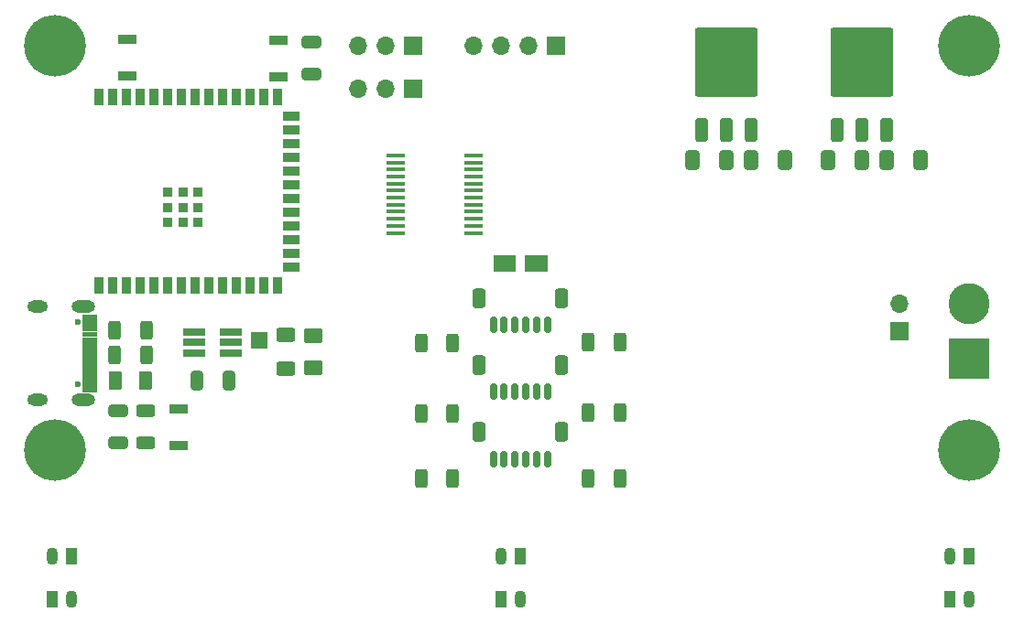
<source format=gts>
G04 #@! TF.GenerationSoftware,KiCad,Pcbnew,7.0.8*
G04 #@! TF.CreationDate,2023-10-29T22:23:11+01:00*
G04 #@! TF.ProjectId,sumec,73756d65-632e-46b6-9963-61645f706362,rev?*
G04 #@! TF.SameCoordinates,Original*
G04 #@! TF.FileFunction,Soldermask,Top*
G04 #@! TF.FilePolarity,Negative*
%FSLAX46Y46*%
G04 Gerber Fmt 4.6, Leading zero omitted, Abs format (unit mm)*
G04 Created by KiCad (PCBNEW 7.0.8) date 2023-10-29 22:23:11*
%MOMM*%
%LPD*%
G01*
G04 APERTURE LIST*
G04 Aperture macros list*
%AMRoundRect*
0 Rectangle with rounded corners*
0 $1 Rounding radius*
0 $2 $3 $4 $5 $6 $7 $8 $9 X,Y pos of 4 corners*
0 Add a 4 corners polygon primitive as box body*
4,1,4,$2,$3,$4,$5,$6,$7,$8,$9,$2,$3,0*
0 Add four circle primitives for the rounded corners*
1,1,$1+$1,$2,$3*
1,1,$1+$1,$4,$5*
1,1,$1+$1,$6,$7*
1,1,$1+$1,$8,$9*
0 Add four rect primitives between the rounded corners*
20,1,$1+$1,$2,$3,$4,$5,0*
20,1,$1+$1,$4,$5,$6,$7,0*
20,1,$1+$1,$6,$7,$8,$9,0*
20,1,$1+$1,$8,$9,$2,$3,0*%
%AMFreePoly0*
4,1,6,1.000000,0.000000,0.500000,-0.750000,-0.500000,-0.750000,-0.500000,0.750000,0.500000,0.750000,1.000000,0.000000,1.000000,0.000000,$1*%
G04 Aperture macros list end*
%ADD10C,0.010000*%
%ADD11C,5.700000*%
%ADD12RoundRect,0.250001X0.624999X-0.462499X0.624999X0.462499X-0.624999X0.462499X-0.624999X-0.462499X0*%
%ADD13RoundRect,0.250000X-0.312500X-0.625000X0.312500X-0.625000X0.312500X0.625000X-0.312500X0.625000X0*%
%ADD14RoundRect,0.250000X0.312500X0.625000X-0.312500X0.625000X-0.312500X-0.625000X0.312500X-0.625000X0*%
%ADD15RoundRect,0.250000X-0.550000X-0.550000X0.550000X-0.550000X0.550000X0.550000X-0.550000X0.550000X0*%
%ADD16R,1.750000X0.450000*%
%ADD17R,1.500000X1.500000*%
%ADD18FreePoly0,0.000000*%
%ADD19FreePoly0,180.000000*%
%ADD20R,1.700000X0.900000*%
%ADD21RoundRect,0.150000X-0.150000X-0.625000X0.150000X-0.625000X0.150000X0.625000X-0.150000X0.625000X0*%
%ADD22RoundRect,0.250000X-0.350000X-0.650000X0.350000X-0.650000X0.350000X0.650000X-0.350000X0.650000X0*%
%ADD23R,3.800000X3.800000*%
%ADD24C,3.800000*%
%ADD25RoundRect,0.250000X0.350000X-0.850000X0.350000X0.850000X-0.350000X0.850000X-0.350000X-0.850000X0*%
%ADD26RoundRect,0.249997X2.650003X-2.950003X2.650003X2.950003X-2.650003X2.950003X-2.650003X-2.950003X0*%
%ADD27R,1.700000X1.700000*%
%ADD28O,1.700000X1.700000*%
%ADD29R,0.900000X1.500000*%
%ADD30R,1.500000X0.900000*%
%ADD31R,0.900000X0.900000*%
%ADD32RoundRect,0.250000X-0.412500X-0.650000X0.412500X-0.650000X0.412500X0.650000X-0.412500X0.650000X0*%
%ADD33RoundRect,0.250000X0.375000X0.625000X-0.375000X0.625000X-0.375000X-0.625000X0.375000X-0.625000X0*%
%ADD34RoundRect,0.250000X0.650000X-0.325000X0.650000X0.325000X-0.650000X0.325000X-0.650000X-0.325000X0*%
%ADD35R,2.000000X0.650000*%
%ADD36RoundRect,0.250000X0.412500X0.650000X-0.412500X0.650000X-0.412500X-0.650000X0.412500X-0.650000X0*%
%ADD37RoundRect,0.250000X-0.325000X-0.650000X0.325000X-0.650000X0.325000X0.650000X-0.325000X0.650000X0*%
%ADD38RoundRect,0.250000X0.625000X-0.400000X0.625000X0.400000X-0.625000X0.400000X-0.625000X-0.400000X0*%
%ADD39RoundRect,0.250000X-0.625000X0.312500X-0.625000X-0.312500X0.625000X-0.312500X0.625000X0.312500X0*%
%ADD40RoundRect,0.250000X-0.650000X0.325000X-0.650000X-0.325000X0.650000X-0.325000X0.650000X0.325000X0*%
%ADD41C,0.600000*%
%ADD42O,2.204000X1.104000*%
%ADD43O,1.904000X1.104000*%
%ADD44RoundRect,0.275000X0.275000X0.525000X-0.275000X0.525000X-0.275000X-0.525000X0.275000X-0.525000X0*%
%ADD45O,1.100000X1.600000*%
G04 APERTURE END LIST*
D10*
X158278000Y-73858000D02*
X157038000Y-73858000D01*
X157038000Y-73158000D01*
X158278000Y-73158000D01*
X158278000Y-73858000D01*
G36*
X158278000Y-73858000D02*
G01*
X157038000Y-73858000D01*
X157038000Y-73158000D01*
X158278000Y-73158000D01*
X158278000Y-73858000D01*
G37*
X158278000Y-74658000D02*
X157038000Y-74658000D01*
X157038000Y-73958000D01*
X158278000Y-73958000D01*
X158278000Y-74658000D01*
G36*
X158278000Y-74658000D02*
G01*
X157038000Y-74658000D01*
X157038000Y-73958000D01*
X158278000Y-73958000D01*
X158278000Y-74658000D01*
G37*
X158278000Y-75158000D02*
X157038000Y-75158000D01*
X157038000Y-74758000D01*
X158278000Y-74758000D01*
X158278000Y-75158000D01*
G36*
X158278000Y-75158000D02*
G01*
X157038000Y-75158000D01*
X157038000Y-74758000D01*
X158278000Y-74758000D01*
X158278000Y-75158000D01*
G37*
X158278000Y-75658000D02*
X157038000Y-75658000D01*
X157038000Y-75258000D01*
X158278000Y-75258000D01*
X158278000Y-75658000D01*
G36*
X158278000Y-75658000D02*
G01*
X157038000Y-75658000D01*
X157038000Y-75258000D01*
X158278000Y-75258000D01*
X158278000Y-75658000D01*
G37*
X158278000Y-76158000D02*
X157038000Y-76158000D01*
X157038000Y-75758000D01*
X158278000Y-75758000D01*
X158278000Y-76158000D01*
G36*
X158278000Y-76158000D02*
G01*
X157038000Y-76158000D01*
X157038000Y-75758000D01*
X158278000Y-75758000D01*
X158278000Y-76158000D01*
G37*
X158278000Y-76658000D02*
X157038000Y-76658000D01*
X157038000Y-76258000D01*
X158278000Y-76258000D01*
X158278000Y-76658000D01*
G36*
X158278000Y-76658000D02*
G01*
X157038000Y-76658000D01*
X157038000Y-76258000D01*
X158278000Y-76258000D01*
X158278000Y-76658000D01*
G37*
X158278000Y-77158000D02*
X157038000Y-77158000D01*
X157038000Y-76758000D01*
X158278000Y-76758000D01*
X158278000Y-77158000D01*
G36*
X158278000Y-77158000D02*
G01*
X157038000Y-77158000D01*
X157038000Y-76758000D01*
X158278000Y-76758000D01*
X158278000Y-77158000D01*
G37*
X158278000Y-77658000D02*
X157038000Y-77658000D01*
X157038000Y-77258000D01*
X158278000Y-77258000D01*
X158278000Y-77658000D01*
G36*
X158278000Y-77658000D02*
G01*
X157038000Y-77658000D01*
X157038000Y-77258000D01*
X158278000Y-77258000D01*
X158278000Y-77658000D01*
G37*
X158278000Y-78158000D02*
X157038000Y-78158000D01*
X157038000Y-77758000D01*
X158278000Y-77758000D01*
X158278000Y-78158000D01*
G36*
X158278000Y-78158000D02*
G01*
X157038000Y-78158000D01*
X157038000Y-77758000D01*
X158278000Y-77758000D01*
X158278000Y-78158000D01*
G37*
X158278000Y-78658000D02*
X157038000Y-78658000D01*
X157038000Y-78258000D01*
X158278000Y-78258000D01*
X158278000Y-78658000D01*
G36*
X158278000Y-78658000D02*
G01*
X157038000Y-78658000D01*
X157038000Y-78258000D01*
X158278000Y-78258000D01*
X158278000Y-78658000D01*
G37*
X158278000Y-79458000D02*
X157038000Y-79458000D01*
X157038000Y-78758000D01*
X158278000Y-78758000D01*
X158278000Y-79458000D01*
G36*
X158278000Y-79458000D02*
G01*
X157038000Y-79458000D01*
X157038000Y-78758000D01*
X158278000Y-78758000D01*
X158278000Y-79458000D01*
G37*
X158278000Y-80258000D02*
X157038000Y-80258000D01*
X157038000Y-79558000D01*
X158278000Y-79558000D01*
X158278000Y-80258000D01*
G36*
X158278000Y-80258000D02*
G01*
X157038000Y-80258000D01*
X157038000Y-79558000D01*
X158278000Y-79558000D01*
X158278000Y-80258000D01*
G37*
D11*
X154500000Y-48250000D03*
X239000000Y-85750000D03*
X154500000Y-85750000D03*
X239000000Y-48250000D03*
D12*
X178350000Y-78087500D03*
X178350000Y-75112500D03*
D13*
X159987500Y-74600000D03*
X162912500Y-74600000D03*
D14*
X191250000Y-88325000D03*
X188325000Y-88325000D03*
D15*
X173350000Y-75550000D03*
D14*
X191250000Y-75825000D03*
X188325000Y-75825000D03*
D16*
X193134800Y-65601800D03*
X193134800Y-64951800D03*
X193134800Y-64301800D03*
X193134800Y-63651800D03*
X193134800Y-63001800D03*
X193134800Y-62351800D03*
X193134800Y-61701800D03*
X193134800Y-61051800D03*
X193134800Y-60401800D03*
X193134800Y-59751800D03*
X193134800Y-59101800D03*
X193134800Y-58451800D03*
X185934800Y-58451800D03*
X185934800Y-59101800D03*
X185934800Y-59751800D03*
X185934800Y-60401800D03*
X185934800Y-61051800D03*
X185934800Y-61701800D03*
X185934800Y-62351800D03*
X185934800Y-63001800D03*
X185934800Y-63651800D03*
X185934800Y-64301800D03*
X185934800Y-64951800D03*
X185934800Y-65601800D03*
D17*
X196310400Y-68427600D03*
X198710400Y-68427600D03*
D18*
X195510400Y-68427600D03*
D19*
X199510400Y-68427600D03*
D20*
X175100000Y-47750000D03*
X175100000Y-51150000D03*
D14*
X206712500Y-82250000D03*
X203787500Y-82250000D03*
D21*
X195000000Y-74150000D03*
X196000000Y-74150000D03*
X197000000Y-74150000D03*
X198000000Y-74150000D03*
X199000000Y-74150000D03*
X200000000Y-74150000D03*
D22*
X193700000Y-71625000D03*
X201300000Y-71625000D03*
D23*
X239014000Y-77201400D03*
D24*
X239014000Y-72201400D03*
D25*
X226777200Y-56094000D03*
X229057200Y-56094000D03*
D26*
X229057200Y-49794000D03*
D25*
X231337200Y-56094000D03*
D27*
X200800000Y-48250000D03*
D28*
X198260000Y-48250000D03*
X195720000Y-48250000D03*
X193180000Y-48250000D03*
D14*
X206675000Y-75750000D03*
X203750000Y-75750000D03*
D13*
X159979900Y-76911200D03*
X162904900Y-76911200D03*
D25*
X214280400Y-56084000D03*
X216560400Y-56084000D03*
D26*
X216560400Y-49784000D03*
D25*
X218840400Y-56084000D03*
D29*
X158574000Y-70500000D03*
X159844000Y-70500000D03*
X161114000Y-70500000D03*
X162384000Y-70500000D03*
X163654000Y-70500000D03*
X164924000Y-70500000D03*
X166194000Y-70500000D03*
X167464000Y-70500000D03*
X168734000Y-70500000D03*
X170004000Y-70500000D03*
X171274000Y-70500000D03*
X172544000Y-70500000D03*
X173814000Y-70500000D03*
X175084000Y-70500000D03*
D30*
X176334000Y-68735000D03*
X176334000Y-67465000D03*
X176334000Y-66195000D03*
X176334000Y-64925000D03*
X176334000Y-63655000D03*
X176334000Y-62385000D03*
X176334000Y-61115000D03*
X176334000Y-59845000D03*
X176334000Y-58575000D03*
X176334000Y-57305000D03*
X176334000Y-56035000D03*
X176334000Y-54765000D03*
D29*
X175084000Y-53000000D03*
X173814000Y-53000000D03*
X172544000Y-53000000D03*
X171274000Y-53000000D03*
X170004000Y-53000000D03*
X168734000Y-53000000D03*
X167464000Y-53000000D03*
X166194000Y-53000000D03*
X164924000Y-53000000D03*
X163654000Y-53000000D03*
X162384000Y-53000000D03*
X161114000Y-53000000D03*
X159844000Y-53000000D03*
X158574000Y-53000000D03*
D31*
X164894000Y-64650000D03*
X166294000Y-64650000D03*
X167694000Y-64650000D03*
X167694000Y-64650000D03*
X164894000Y-63250000D03*
X164894000Y-63250000D03*
X166294000Y-63250000D03*
X167694000Y-63250000D03*
X164894000Y-61850000D03*
X166294000Y-61850000D03*
X167694000Y-61850000D03*
D21*
X195000000Y-86575000D03*
X196000000Y-86575000D03*
X197000000Y-86575000D03*
X198000000Y-86575000D03*
X199000000Y-86575000D03*
X200000000Y-86575000D03*
D22*
X193700000Y-84050000D03*
X201300000Y-84050000D03*
D32*
X218807900Y-58843600D03*
X221932900Y-58843600D03*
D27*
X187590000Y-52250000D03*
D28*
X185050000Y-52250000D03*
X182510000Y-52250000D03*
D27*
X232537000Y-74701400D03*
D28*
X232537000Y-72161400D03*
D33*
X162842400Y-79248000D03*
X160042400Y-79248000D03*
D34*
X178200000Y-50925000D03*
X178200000Y-47975000D03*
D35*
X167352400Y-74792800D03*
X167352400Y-75742800D03*
X167352400Y-76692800D03*
X170772400Y-76692800D03*
X170772400Y-75742800D03*
X170772400Y-74792800D03*
D36*
X216548100Y-58826400D03*
X213423100Y-58826400D03*
D37*
X167587400Y-79248000D03*
X170537400Y-79248000D03*
D32*
X231355500Y-58826400D03*
X234480500Y-58826400D03*
D36*
X229044900Y-58826400D03*
X225919900Y-58826400D03*
D38*
X175850000Y-78150000D03*
X175850000Y-75050000D03*
D39*
X162839400Y-82105300D03*
X162839400Y-85030300D03*
D27*
X187575000Y-48325000D03*
D28*
X185035000Y-48325000D03*
X182495000Y-48325000D03*
D40*
X160299400Y-82092800D03*
X160299400Y-85042800D03*
D21*
X195000000Y-80325000D03*
X196000000Y-80325000D03*
X197000000Y-80325000D03*
X198000000Y-80325000D03*
X199000000Y-80325000D03*
X200000000Y-80325000D03*
D22*
X193700000Y-77800000D03*
X201300000Y-77800000D03*
D20*
X161137600Y-47700000D03*
X161137600Y-51100000D03*
D14*
X206675000Y-88325000D03*
X203750000Y-88325000D03*
X191250000Y-82325000D03*
X188325000Y-82325000D03*
D41*
X156588000Y-73818000D03*
X156588000Y-79598000D03*
D42*
X157078000Y-72383000D03*
X157078000Y-81033000D03*
D43*
X152908000Y-72383000D03*
X152908000Y-81033000D03*
D20*
X165887400Y-85267800D03*
X165887400Y-81867800D03*
D44*
X197500000Y-95536000D03*
D45*
X197500000Y-99536000D03*
D44*
X195700000Y-99536000D03*
D45*
X195700000Y-95536000D03*
D44*
X156000000Y-95500000D03*
D45*
X156000000Y-99500000D03*
D44*
X154200000Y-99500000D03*
D45*
X154200000Y-95500000D03*
D44*
X239000000Y-95500000D03*
D45*
X239000000Y-99500000D03*
D44*
X237200000Y-99500000D03*
D45*
X237200000Y-95500000D03*
M02*

</source>
